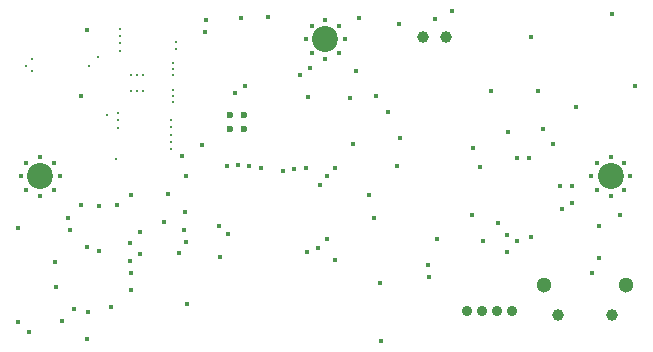
<source format=gbr>
%TF.GenerationSoftware,KiCad,Pcbnew,(6.0.7)*%
%TF.CreationDate,2022-10-18T17:16:55-04:00*%
%TF.ProjectId,PCB,5043422e-6b69-4636-9164-5f7063625858,rev?*%
%TF.SameCoordinates,Original*%
%TF.FileFunction,Plated,1,4,PTH,Drill*%
%TF.FilePolarity,Positive*%
%FSLAX46Y46*%
G04 Gerber Fmt 4.6, Leading zero omitted, Abs format (unit mm)*
G04 Created by KiCad (PCBNEW (6.0.7)) date 2022-10-18 17:16:55*
%MOMM*%
%LPD*%
G01*
G04 APERTURE LIST*
%TA.AperFunction,ViaDrill*%
%ADD10C,0.250000*%
%TD*%
%TA.AperFunction,ViaDrill*%
%ADD11C,0.300000*%
%TD*%
%TA.AperFunction,ViaDrill*%
%ADD12C,0.400000*%
%TD*%
%TA.AperFunction,ComponentDrill*%
%ADD13C,0.400000*%
%TD*%
%TA.AperFunction,ViaDrill*%
%ADD14C,0.600000*%
%TD*%
%TA.AperFunction,ComponentDrill*%
%ADD15C,0.900000*%
%TD*%
%TA.AperFunction,ComponentDrill*%
%ADD16C,0.990000*%
%TD*%
%TA.AperFunction,ComponentDrill*%
%ADD17C,1.000000*%
%TD*%
%TA.AperFunction,ComponentDrill*%
%ADD18C,1.300000*%
%TD*%
%TA.AperFunction,ComponentDrill*%
%ADD19C,2.200000*%
%TD*%
G04 APERTURE END LIST*
D10*
X202190000Y-97080000D03*
X202200000Y-98490000D03*
X202700000Y-97090000D03*
X202710000Y-98490000D03*
X203210000Y-97080000D03*
X203210000Y-98470000D03*
X205740000Y-98360000D03*
X205740000Y-98880000D03*
X205740000Y-99400000D03*
X205760000Y-96130000D03*
X205760000Y-97160000D03*
X205770000Y-96650000D03*
D11*
X193310000Y-96320000D03*
X193830000Y-95780000D03*
X193840000Y-96800000D03*
X198624500Y-96360000D03*
X199370000Y-95624500D03*
X200171110Y-100472067D03*
X200950000Y-104250000D03*
X201110000Y-100350000D03*
X201110000Y-100970000D03*
X201110000Y-101590000D03*
X201290000Y-93210000D03*
X201290000Y-93830000D03*
X201290000Y-94450000D03*
X201290000Y-95080000D03*
X205530000Y-100950000D03*
X205530000Y-101560000D03*
X205530000Y-102170000D03*
X205530000Y-102790000D03*
X205530000Y-103410000D03*
X205980000Y-94340000D03*
X205980000Y-94940000D03*
D12*
X192610000Y-110080000D03*
X192610000Y-118060000D03*
X193570000Y-118910000D03*
X195770962Y-112920273D03*
X195801203Y-115047273D03*
X196300000Y-117980000D03*
X196870000Y-109200000D03*
X197050000Y-110200000D03*
X197390464Y-116950273D03*
X197930000Y-108154500D03*
X197935000Y-98865000D03*
X198430000Y-111720000D03*
X198455000Y-119450000D03*
X198460000Y-93340000D03*
X198520964Y-117160273D03*
X199450000Y-112040000D03*
X199510000Y-108169500D03*
X200470464Y-116750273D03*
X200990000Y-108164500D03*
X202120000Y-111360000D03*
X202130000Y-112870000D03*
X202150000Y-113860000D03*
X202150000Y-115360000D03*
X202155000Y-107255000D03*
X202970000Y-110400000D03*
X202970000Y-112276889D03*
X205000000Y-109600000D03*
X205350000Y-107200000D03*
X206254754Y-112226389D03*
X206520000Y-103960000D03*
X206630000Y-110200000D03*
X206750000Y-108750000D03*
X206820000Y-105660000D03*
X206840000Y-111260000D03*
X206890000Y-116480000D03*
X208180000Y-103045500D03*
X208480000Y-93440000D03*
X208550496Y-92442987D03*
X209630000Y-109930000D03*
X209750000Y-112520000D03*
X210290000Y-104840000D03*
X210398907Y-110604500D03*
X210965656Y-98661093D03*
X211250743Y-104768426D03*
X211495649Y-92292141D03*
X211840000Y-98084500D03*
X212200000Y-104790000D03*
X213175188Y-105009119D03*
X213800000Y-92190000D03*
X215037823Y-105205997D03*
X216026464Y-105059047D03*
X216477844Y-97105812D03*
X217020000Y-104950000D03*
X217076892Y-112100982D03*
X217150000Y-99020000D03*
X217315937Y-96561197D03*
X218030000Y-111800000D03*
X218162933Y-106465234D03*
X218770381Y-105671502D03*
X218790998Y-111012682D03*
X219490498Y-104972002D03*
X219490498Y-112772998D03*
X220720000Y-99050000D03*
X220980000Y-102970000D03*
X221210000Y-96800000D03*
X221510000Y-92264500D03*
X222310000Y-107280000D03*
X222800000Y-109205500D03*
X222948453Y-98895317D03*
X223300000Y-114740000D03*
X223320000Y-119660000D03*
X223960000Y-100220000D03*
X224721622Y-104847739D03*
X224850000Y-92814500D03*
X224967457Y-102491185D03*
X227331435Y-113238972D03*
X227372362Y-114237637D03*
X227892345Y-92417655D03*
X228099500Y-111004500D03*
X229340000Y-91660000D03*
X231070000Y-108950500D03*
X231100000Y-103260000D03*
X231769500Y-104890000D03*
X232022286Y-111167214D03*
X232700000Y-98500000D03*
X233230000Y-109650000D03*
X234010000Y-110674500D03*
X234050000Y-112074000D03*
X234100000Y-101970000D03*
X234851018Y-104158075D03*
X234882691Y-111161752D03*
X235850500Y-104164500D03*
X236050000Y-110840000D03*
X236090000Y-93910000D03*
X236630000Y-98500000D03*
X237080000Y-101650000D03*
X237910000Y-102940000D03*
X238511191Y-106525500D03*
X238682748Y-108485445D03*
X239510000Y-107924500D03*
X239510378Y-106500378D03*
X239897372Y-99801872D03*
X241180000Y-113880000D03*
X241780000Y-109930000D03*
X241810000Y-112650000D03*
X242900000Y-91940000D03*
X243600000Y-108940000D03*
X244880000Y-98050000D03*
D13*
%TO.C,H2*%
X192850000Y-105700000D03*
X193333274Y-104533274D03*
X193333274Y-106866726D03*
X194500000Y-104050000D03*
X194500000Y-107350000D03*
X195666726Y-104533274D03*
X195666726Y-106866726D03*
X196150000Y-105700000D03*
%TO.C,H3*%
X217000000Y-94100000D03*
X217483274Y-92933274D03*
X217483274Y-95266726D03*
X218650000Y-92450000D03*
X218650000Y-95750000D03*
X219816726Y-92933274D03*
X219816726Y-95266726D03*
X220300000Y-94100000D03*
%TO.C,H1*%
X241150000Y-105700000D03*
X241633274Y-104533274D03*
X241633274Y-106866726D03*
X242800000Y-104050000D03*
X242800000Y-107350000D03*
X243966726Y-104533274D03*
X243966726Y-106866726D03*
X244450000Y-105700000D03*
%TD*%
D14*
X210570000Y-101670000D03*
X210579898Y-100520540D03*
X211729357Y-100510547D03*
X211740000Y-101660000D03*
D15*
%TO.C,D6*%
X230600000Y-117070000D03*
X231870000Y-117070000D03*
X233140000Y-117070000D03*
X234410000Y-117070000D03*
D16*
%TO.C,SW3*%
X238370000Y-117400000D03*
X242870000Y-117400000D03*
D17*
%TO.C,J2*%
X226870000Y-93910000D03*
X228870000Y-93910000D03*
D18*
%TO.C,SW3*%
X237110000Y-114910000D03*
X244120000Y-114910000D03*
D19*
%TO.C,H2*%
X194500000Y-105700000D03*
%TO.C,H3*%
X218650000Y-94100000D03*
%TO.C,H1*%
X242800000Y-105700000D03*
M02*

</source>
